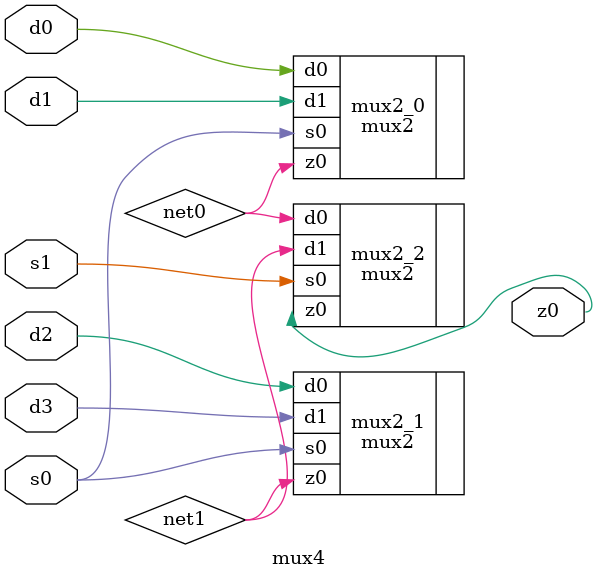
<source format=v>

`include "../../../combinational_logic_design/multiplexers/mux2/mux2.v"

module mux4(s0, s1, d0, d1, d2, d3, z0);

// define inputs and outputs
input s0, s1, d0, d1, d2, d3;
output z0;

// define internal nets
wire net0, net1;

// instantiate the logic gates
mux2 mux2_0 (.s0(s0), .d0(d0), .d1(d1), .z0(net0));
mux2 mux2_1 (.s0(s0), .d0(d2), .d1(d3), .z0(net1));
mux2 mux2_2 (.s0(s1), .d0(net0), .d1(net1), .z0(z0));

endmodule

</source>
